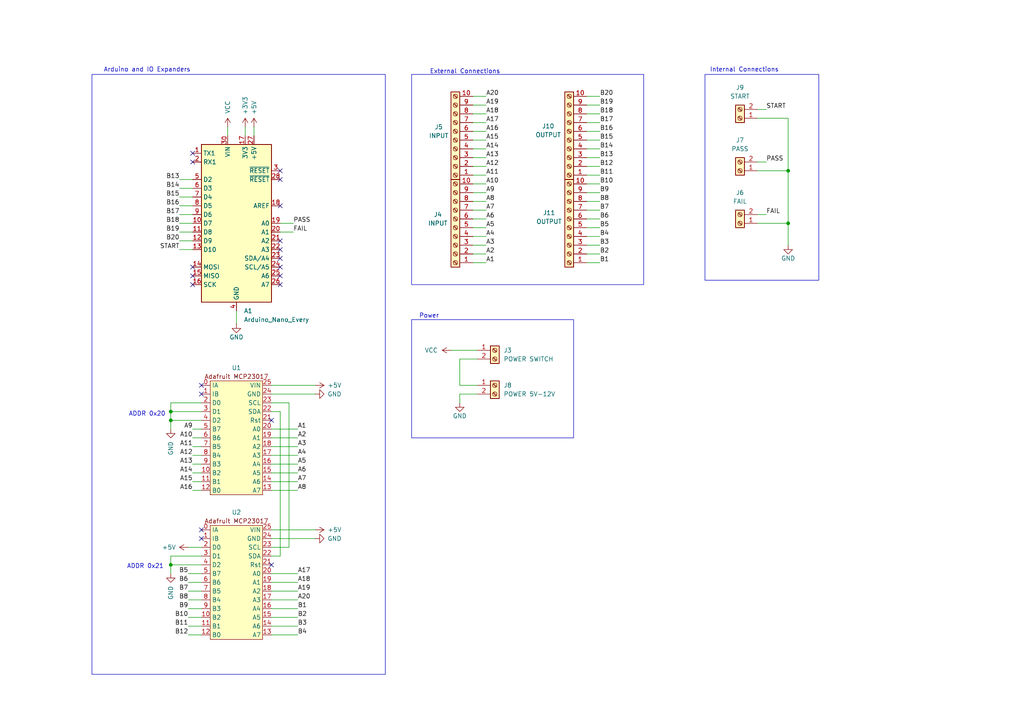
<source format=kicad_sch>
(kicad_sch (version 20250114) (generator "eeschema") (generator_version "9.0")
  (paper "A4")
  (title_block (date "sam. 04 avril 2015"))
  (lib_symbols
    (symbol "Connector:Screw_Terminal_01x02" (pin_names (offset 1.016) (hide yes))
      (property "Reference" "J" (at 0 2.54 0))
      (property "Value" "Screw_Terminal_01x02" (at 0 -5.08 0))
      (symbol "Screw_Terminal_01x02_1_1"
        (rectangle (start -1.27 1.27) (end 1.27 -3.81) (stroke (width 0.254)) (fill (type background)))
        (polyline (pts (xy -0.5334 0.3302) (xy 0.3302 -0.508)) (stroke (width 0.1524)))
        (polyline (pts (xy -0.5334 -2.2098) (xy 0.3302 -3.048)) (stroke (width 0.1524)))
        (polyline (pts (xy -0.3556 0.508) (xy 0.508 -0.3302)) (stroke (width 0.1524)))
        (polyline (pts (xy -0.3556 -2.032) (xy 0.508 -2.8702)) (stroke (width 0.1524)))
        (circle (center 0 0) (radius 0.635) (stroke (width 0.1524)))
        (circle (center 0 -2.54) (radius 0.635) (stroke (width 0.1524)))
        (pin passive line (at -5.08 0 0) (length 3.81) (name "Pin_1") (number "1"))
        (pin passive line (at -5.08 -2.54 0) (length 3.81) (name "Pin_2") (number "2"))
      )
    )
    (symbol "Connector:Screw_Terminal_01x10" (pin_names (offset 1.016) (hide yes))
      (property "Reference" "J" (at 0 12.7 0))
      (property "Value" "Screw_Terminal_01x10" (at 0 -15.24 0))
      (symbol "Screw_Terminal_01x10_1_1"
        (rectangle (start -1.27 11.43) (end 1.27 -13.97) (stroke (width 0.254)) (fill (type background)))
        (polyline (pts (xy -0.5334 10.4902) (xy 0.3302 9.652)) (stroke (width 0.1524)))
        (polyline (pts (xy -0.5334 7.9502) (xy 0.3302 7.112)) (stroke (width 0.1524)))
        (polyline (pts (xy -0.5334 5.4102) (xy 0.3302 4.572)) (stroke (width 0.1524)))
        (polyline (pts (xy -0.5334 2.8702) (xy 0.3302 2.032)) (stroke (width 0.1524)))
        (polyline (pts (xy -0.5334 0.3302) (xy 0.3302 -0.508)) (stroke (width 0.1524)))
        (polyline (pts (xy -0.5334 -2.2098) (xy 0.3302 -3.048)) (stroke (width 0.1524)))
        (polyline (pts (xy -0.5334 -4.7498) (xy 0.3302 -5.588)) (stroke (width 0.1524)))
        (polyline (pts (xy -0.5334 -7.2898) (xy 0.3302 -8.128)) (stroke (width 0.1524)))
        (polyline (pts (xy -0.5334 -9.8298) (xy 0.3302 -10.668)) (stroke (width 0.1524)))
        (polyline (pts (xy -0.5334 -12.3698) (xy 0.3302 -13.208)) (stroke (width 0.1524)))
        (polyline (pts (xy -0.3556 10.668) (xy 0.508 9.8298)) (stroke (width 0.1524)))
        (polyline (pts (xy -0.3556 8.128) (xy 0.508 7.2898)) (stroke (width 0.1524)))
        (polyline (pts (xy -0.3556 5.588) (xy 0.508 4.7498)) (stroke (width 0.1524)))
        (polyline (pts (xy -0.3556 3.048) (xy 0.508 2.2098)) (stroke (width 0.1524)))
        (polyline (pts (xy -0.3556 0.508) (xy 0.508 -0.3302)) (stroke (width 0.1524)))
        (polyline (pts (xy -0.3556 -2.032) (xy 0.508 -2.8702)) (stroke (width 0.1524)))
        (polyline (pts (xy -0.3556 -4.572) (xy 0.508 -5.4102)) (stroke (width 0.1524)))
        (polyline (pts (xy -0.3556 -7.112) (xy 0.508 -7.9502)) (stroke (width 0.1524)))
        (polyline (pts (xy -0.3556 -9.652) (xy 0.508 -10.4902)) (stroke (width 0.1524)))
        (polyline (pts (xy -0.3556 -12.192) (xy 0.508 -13.0302)) (stroke (width 0.1524)))
        (circle (center 0 10.16) (radius 0.635) (stroke (width 0.1524)))
        (circle (center 0 7.62) (radius 0.635) (stroke (width 0.1524)))
        (circle (center 0 5.08) (radius 0.635) (stroke (width 0.1524)))
        (circle (center 0 2.54) (radius 0.635) (stroke (width 0.1524)))
        (circle (center 0 0) (radius 0.635) (stroke (width 0.1524)))
        (circle (center 0 -2.54) (radius 0.635) (stroke (width 0.1524)))
        (circle (center 0 -5.08) (radius 0.635) (stroke (width 0.1524)))
        (circle (center 0 -7.62) (radius 0.635) (stroke (width 0.1524)))
        (circle (center 0 -10.16) (radius 0.635) (stroke (width 0.1524)))
        (circle (center 0 -12.7) (radius 0.635) (stroke (width 0.1524)))
        (pin passive line (at -5.08 10.16 0) (length 3.81) (name "Pin_1") (number "1"))
        (pin passive line (at -5.08 7.62 0) (length 3.81) (name "Pin_2") (number "2"))
        (pin passive line (at -5.08 5.08 0) (length 3.81) (name "Pin_3") (number "3"))
        (pin passive line (at -5.08 2.54 0) (length 3.81) (name "Pin_4") (number "4"))
        (pin passive line (at -5.08 0 0) (length 3.81) (name "Pin_5") (number "5"))
        (pin passive line (at -5.08 -2.54 0) (length 3.81) (name "Pin_6") (number "6"))
        (pin passive line (at -5.08 -5.08 0) (length 3.81) (name "Pin_7") (number "7"))
        (pin passive line (at -5.08 -7.62 0) (length 3.81) (name "Pin_8") (number "8"))
        (pin passive line (at -5.08 -10.16 0) (length 3.81) (name "Pin_9") (number "9"))
        (pin passive line (at -5.08 -12.7 0) (length 3.81) (name "Pin_10") (number "10"))
      )
    )
    (symbol "MCU_Module:Arduino_Nano_Every"
      (property "Reference" "A" (at -10.16 23.495 0))
      (property "Value" "Arduino_Nano_Every" (at 5.08 -24.13 0))
      (symbol "Arduino_Nano_Every_0_1"
        (rectangle (start -10.16 22.86) (end 10.16 -22.86) (stroke (width 0.254)) (fill (type background)))
      )
      (symbol "Arduino_Nano_Every_1_1"
        (pin bidirectional line (at -12.7 20.32 0) (length 2.54) (name "TX1") (number "1"))
        (pin bidirectional line (at -12.7 17.78 0) (length 2.54) (name "RX1") (number "2"))
        (pin bidirectional line (at -12.7 12.7 0) (length 2.54) (name "D2") (number "5"))
        (pin bidirectional line (at -12.7 10.16 0) (length 2.54) (name "D3") (number "6"))
        (pin bidirectional line (at -12.7 7.62 0) (length 2.54) (name "D4") (number "7"))
        (pin bidirectional line (at -12.7 5.08 0) (length 2.54) (name "D5") (number "8"))
        (pin bidirectional line (at -12.7 2.54 0) (length 2.54) (name "D6") (number "9"))
        (pin bidirectional line (at -12.7 0 0) (length 2.54) (name "D7") (number "10"))
        (pin bidirectional line (at -12.7 -2.54 0) (length 2.54) (name "D8") (number "11"))
        (pin bidirectional line (at -12.7 -5.08 0) (length 2.54) (name "D9") (number "12"))
        (pin bidirectional line (at -12.7 -7.62 0) (length 2.54) (name "D10") (number "13"))
        (pin bidirectional line (at -12.7 -12.7 0) (length 2.54) (name "MOSI") (number "14"))
        (pin bidirectional line (at -12.7 -15.24 0) (length 2.54) (name "MISO") (number "15"))
        (pin bidirectional line (at -12.7 -17.78 0) (length 2.54) (name "SCK") (number "16"))
        (pin power_in line (at -2.54 25.4 270) (length 2.54) (name "VIN") (number "30"))
        (pin passive line (at 0 -25.4 90) (length 2.54) (hide yes) (name "GND") (number "29"))
        (pin power_in line (at 0 -25.4 90) (length 2.54) (name "GND") (number "4"))
        (pin power_out line (at 2.54 25.4 270) (length 2.54) (name "3V3") (number "17"))
        (pin power_out line (at 5.08 25.4 270) (length 2.54) (name "+5V") (number "27"))
        (pin input line (at 12.7 15.24 180) (length 2.54) (name "~{RESET}") (number "3"))
        (pin input line (at 12.7 12.7 180) (length 2.54) (name "~{RESET}") (number "28"))
        (pin input line (at 12.7 5.08 180) (length 2.54) (name "AREF") (number "18"))
        (pin bidirectional line (at 12.7 0 180) (length 2.54) (name "A0") (number "19"))
        (pin bidirectional line (at 12.7 -2.54 180) (length 2.54) (name "A1") (number "20"))
        (pin bidirectional line (at 12.7 -5.08 180) (length 2.54) (name "A2") (number "21"))
        (pin bidirectional line (at 12.7 -7.62 180) (length 2.54) (name "A3") (number "22"))
        (pin bidirectional line (at 12.7 -10.16 180) (length 2.54) (name "SDA/A4") (number "23"))
        (pin bidirectional line (at 12.7 -12.7 180) (length 2.54) (name "SCL/A5") (number "24"))
        (pin bidirectional line (at 12.7 -15.24 180) (length 2.54) (name "A6") (number "25"))
        (pin bidirectional line (at 12.7 -17.78 180) (length 2.54) (name "A7") (number "26"))
      )
    )
    (symbol "addedItems:Adafruit_MCP23017"
      (property "Reference" "U" (at -0.762 1.016 0))
      (symbol "Adafruit_MCP23017_0_1"
        (rectangle (start 0 -2.54) (end 15.24 -35.56) (fill (type color) (color 255 255 194 1)))
      )
      (symbol "Adafruit_MCP23017_1_1"
        (text "Adafruit MCP23017" (at 7.62 -1.27 0) (effects (font (size 1.27 1.27))))
        (pin power_in line (at -2.54 -3.81 0) (length 2.54) (name "VIN") (number "25"))
        (pin power_in line (at -2.54 -6.35 0) (length 2.54) (name "GND") (number "24"))
        (pin input line (at -2.54 -8.89 0) (length 2.54) (name "SCL") (number "23"))
        (pin input line (at -2.54 -11.43 0) (length 2.54) (name "SDA") (number "22"))
        (pin input line (at -2.54 -13.97 0) (length 2.54) (name "Rst") (number "21"))
        (pin bidirectional line (at -2.54 -16.51 0) (length 2.54) (name "A0") (number "20"))
        (pin bidirectional line (at -2.54 -19.05 0) (length 2.54) (name "A1") (number "19"))
        (pin bidirectional line (at -2.54 -21.59 0) (length 2.54) (name "A2") (number "18"))
        (pin bidirectional line (at -2.54 -24.13 0) (length 2.54) (name "A3") (number "17"))
        (pin bidirectional line (at -2.54 -26.67 0) (length 2.54) (name "A4") (number "16"))
        (pin bidirectional line (at -2.54 -29.21 0) (length 2.54) (name "A5") (number "15"))
        (pin bidirectional line (at -2.54 -31.75 0) (length 2.54) (name "A6") (number "14"))
        (pin bidirectional line (at -2.54 -34.29 0) (length 2.54) (name "A7") (number "13"))
        (pin input line (at 17.78 -3.81 180) (length 2.54) (name "IA") (number "0"))
        (pin input line (at 17.78 -6.35 180) (length 2.54) (name "IB") (number "1"))
        (pin input line (at 17.78 -8.89 180) (length 2.54) (name "D0") (number "2"))
        (pin input line (at 17.78 -11.43 180) (length 2.54) (name "D1") (number "3"))
        (pin input line (at 17.78 -13.97 180) (length 2.54) (name "D2") (number "4"))
        (pin bidirectional line (at 17.78 -16.51 180) (length 2.54) (name "B7") (number "5"))
        (pin bidirectional line (at 17.78 -19.05 180) (length 2.54) (name "B6") (number "6"))
        (pin bidirectional line (at 17.78 -21.59 180) (length 2.54) (name "B5") (number "7"))
        (pin bidirectional line (at 17.78 -24.13 180) (length 2.54) (name "B4") (number "8"))
        (pin bidirectional line (at 17.78 -26.67 180) (length 2.54) (name "B3") (number "9"))
        (pin bidirectional line (at 17.78 -29.21 180) (length 2.54) (name "B2") (number "10"))
        (pin bidirectional line (at 17.78 -31.75 180) (length 2.54) (name "B1") (number "11"))
        (pin bidirectional line (at 17.78 -34.29 180) (length 2.54) (name "B0") (number "12"))
      )
    )
    (symbol "power:+3.3V" (power) (pin_numbers (hide yes)) (pin_names (offset 0) (hide yes))
      (property "Value" "+3.3V" (at 0 3.556 0))
      (symbol "+3.3V_0_1"
        (polyline (pts (xy -0.762 1.27) (xy 0 2.54)))
        (polyline (pts (xy 0 2.54) (xy 0.762 1.27)))
        (polyline (pts (xy 0 0) (xy 0 2.54)))
      )
      (symbol "+3.3V_1_1"
        (pin power_in line (at 0 0 90) (length 0) (name "~") (number "1"))
      )
    )
    (symbol "power:+5V" (power) (pin_numbers (hide yes)) (pin_names (offset 0) (hide yes))
      (property "Value" "+5V" (at 0 3.556 0))
      (symbol "+5V_0_1"
        (polyline (pts (xy -0.762 1.27) (xy 0 2.54)))
        (polyline (pts (xy 0 2.54) (xy 0.762 1.27)))
        (polyline (pts (xy 0 0) (xy 0 2.54)))
      )
      (symbol "+5V_1_1"
        (pin power_in line (at 0 0 90) (length 0) (name "~") (number "1"))
      )
    )
    (symbol "power:GND" (power) (pin_numbers (hide yes)) (pin_names (offset 0) (hide yes))
      (property "Value" "GND" (at 0 -3.81 0))
      (symbol "GND_0_1"
        (polyline (pts (xy 0 0) (xy 0 -1.27) (xy 1.27 -1.27) (xy 0 -2.54) (xy -1.27 -1.27) (xy 0 -1.27)))
      )
      (symbol "GND_1_1"
        (pin power_in line (at 0 0 270) (length 0) (name "~") (number "1"))
      )
    )
    (symbol "power:VCC" (power) (pin_numbers (hide yes)) (pin_names (offset 0) (hide yes))
      (property "Value" "VCC" (at 0 3.556 0))
      (symbol "VCC_0_1"
        (polyline (pts (xy -0.762 1.27) (xy 0 2.54)))
        (polyline (pts (xy 0 2.54) (xy 0.762 1.27)))
        (polyline (pts (xy 0 0) (xy 0 2.54)))
      )
      (symbol "VCC_1_1"
        (pin power_in line (at 0 0 90) (length 0) (name "~") (number "1"))
      )
    )
  )
  (rectangle (start 204.47 21.59) (end 237.49 81.28))
  (rectangle (start 119.38 21.59) (end 186.69 82.55))
  (rectangle (start 119.38 92.71) (end 166.37 127))
  (rectangle (start 26.67 21.59) (end 111.76 195.58))
  (text "ADDR 0x21" (at 42.164 164.338 0) (effects (font (size 1.27 1.27))))
  (text "Power" (at 124.46 91.694 0) (effects (font (size 1.27 1.27))))
  (text "ADDR 0x20" (at 42.672 120.142 0) (effects (font (size 1.27 1.27))))
  (text "External Connections" (at 134.874 20.828 0) (effects (font (size 1.27 1.27))))
  (text "Arduino and IO Expanders" (at 42.672 20.32 0) (effects (font (size 1.27 1.27))))
  (text "Internal Connections" (at 215.9 20.32 0) (effects (font (size 1.27 1.27))))
  (junction (at 49.53 121.92))
  (junction (at 49.53 119.38))
  (junction (at 49.53 163.83))
  (junction (at 228.6 49.53))
  (junction (at 228.6 64.77))
  (no_connect (at 81.28 49.53))
  (no_connect (at 55.88 46.99))
  (no_connect (at 81.28 82.55))
  (no_connect (at 55.88 44.45))
  (no_connect (at 55.88 77.47))
  (no_connect (at 78.74 163.83))
  (no_connect (at 58.42 153.67))
  (no_connect (at 81.28 59.69))
  (no_connect (at 81.28 69.85))
  (no_connect (at 58.42 156.21))
  (no_connect (at 81.28 72.39))
  (no_connect (at 55.88 82.55))
  (no_connect (at 58.42 111.76))
  (no_connect (at 81.28 80.01))
  (no_connect (at 81.28 77.47))
  (no_connect (at 58.42 114.3))
  (no_connect (at 81.28 52.07))
  (no_connect (at 78.74 121.92))
  (no_connect (at 81.28 74.93))
  (no_connect (at 55.88 80.01))
  (wire (pts (xy 49.53 116.84) (xy 49.53 119.38)))
  (wire (pts (xy 137.16 50.8) (xy 140.97 50.8)))
  (wire (pts (xy 170.18 63.5) (xy 173.99 63.5)))
  (wire (pts (xy 133.35 114.3) (xy 138.43 114.3)))
  (wire (pts (xy 78.74 114.3) (xy 91.44 114.3)))
  (wire (pts (xy 55.88 129.54) (xy 58.42 129.54)))
  (wire (pts (xy 170.18 48.26) (xy 173.99 48.26)))
  (wire (pts (xy 73.66 36.83) (xy 73.66 39.37)))
  (wire (pts (xy 219.71 62.23) (xy 222.25 62.23)))
  (wire (pts (xy 170.18 27.94) (xy 173.99 27.94)))
  (wire (pts (xy 55.88 127) (xy 58.42 127)))
  (wire (pts (xy 78.74 116.84) (xy 83.82 116.84)))
  (wire (pts (xy 78.74 156.21) (xy 91.44 156.21)))
  (wire (pts (xy 219.71 64.77) (xy 228.6 64.77)))
  (wire (pts (xy 49.53 163.83) (xy 49.53 166.37)))
  (wire (pts (xy 81.28 119.38) (xy 81.28 161.29)))
  (wire (pts (xy 137.16 35.56) (xy 140.97 35.56)))
  (wire (pts (xy 58.42 116.84) (xy 49.53 116.84)))
  (wire (pts (xy 170.18 71.12) (xy 173.99 71.12)))
  (wire (pts (xy 137.16 45.72) (xy 140.97 45.72)))
  (wire (pts (xy 54.61 168.91) (xy 58.42 168.91)))
  (wire (pts (xy 83.82 158.75) (xy 78.74 158.75)))
  (wire (pts (xy 52.07 54.61) (xy 55.88 54.61)))
  (wire (pts (xy 137.16 68.58) (xy 140.97 68.58)))
  (wire (pts (xy 78.74 137.16) (xy 86.36 137.16)))
  (wire (pts (xy 137.16 33.02) (xy 140.97 33.02)))
  (wire (pts (xy 52.07 62.23) (xy 55.88 62.23)))
  (wire (pts (xy 55.88 139.7) (xy 58.42 139.7)))
  (wire (pts (xy 228.6 64.77) (xy 228.6 71.12)))
  (wire (pts (xy 170.18 76.2) (xy 173.99 76.2)))
  (wire (pts (xy 170.18 66.04) (xy 173.99 66.04)))
  (wire (pts (xy 228.6 49.53) (xy 228.6 64.77)))
  (wire (pts (xy 133.35 116.84) (xy 133.35 114.3)))
  (wire (pts (xy 78.74 184.15) (xy 86.36 184.15)))
  (wire (pts (xy 54.61 184.15) (xy 58.42 184.15)))
  (wire (pts (xy 137.16 71.12) (xy 140.97 71.12)))
  (wire (pts (xy 55.88 137.16) (xy 58.42 137.16)))
  (wire (pts (xy 58.42 161.29) (xy 49.53 161.29)))
  (wire (pts (xy 170.18 50.8) (xy 173.99 50.8)))
  (wire (pts (xy 137.16 38.1) (xy 140.97 38.1)))
  (wire (pts (xy 170.18 35.56) (xy 173.99 35.56)))
  (wire (pts (xy 55.88 132.08) (xy 58.42 132.08)))
  (wire (pts (xy 137.16 40.64) (xy 140.97 40.64)))
  (wire (pts (xy 137.16 43.18) (xy 140.97 43.18)))
  (wire (pts (xy 81.28 64.77) (xy 85.09 64.77)))
  (wire (pts (xy 170.18 40.64) (xy 173.99 40.64)))
  (wire (pts (xy 55.88 142.24) (xy 58.42 142.24)))
  (wire (pts (xy 130.81 101.6) (xy 138.43 101.6)))
  (wire (pts (xy 54.61 176.53) (xy 58.42 176.53)))
  (wire (pts (xy 81.28 161.29) (xy 78.74 161.29)))
  (wire (pts (xy 54.61 181.61) (xy 58.42 181.61)))
  (wire (pts (xy 78.74 139.7) (xy 86.36 139.7)))
  (wire (pts (xy 219.71 31.75) (xy 222.25 31.75)))
  (wire (pts (xy 49.53 119.38) (xy 49.53 121.92)))
  (wire (pts (xy 228.6 34.29) (xy 228.6 49.53)))
  (wire (pts (xy 137.16 76.2) (xy 140.97 76.2)))
  (wire (pts (xy 137.16 27.94) (xy 140.97 27.94)))
  (wire (pts (xy 54.61 158.75) (xy 58.42 158.75)))
  (wire (pts (xy 78.74 176.53) (xy 86.36 176.53)))
  (wire (pts (xy 58.42 121.92) (xy 49.53 121.92)))
  (wire (pts (xy 133.35 111.76) (xy 138.43 111.76)))
  (wire (pts (xy 78.74 181.61) (xy 86.36 181.61)))
  (wire (pts (xy 52.07 72.39) (xy 55.88 72.39)))
  (wire (pts (xy 52.07 52.07) (xy 55.88 52.07)))
  (wire (pts (xy 54.61 166.37) (xy 58.42 166.37)))
  (wire (pts (xy 68.58 90.17) (xy 68.58 93.98)))
  (wire (pts (xy 66.04 36.83) (xy 66.04 39.37)))
  (wire (pts (xy 219.71 46.99) (xy 222.25 46.99)))
  (wire (pts (xy 137.16 73.66) (xy 140.97 73.66)))
  (wire (pts (xy 78.74 119.38) (xy 81.28 119.38)))
  (wire (pts (xy 55.88 134.62) (xy 58.42 134.62)))
  (wire (pts (xy 49.53 161.29) (xy 49.53 163.83)))
  (wire (pts (xy 170.18 33.02) (xy 173.99 33.02)))
  (wire (pts (xy 170.18 58.42) (xy 173.99 58.42)))
  (wire (pts (xy 78.74 166.37) (xy 86.36 166.37)))
  (wire (pts (xy 219.71 49.53) (xy 228.6 49.53)))
  (wire (pts (xy 78.74 153.67) (xy 91.44 153.67)))
  (wire (pts (xy 170.18 68.58) (xy 173.99 68.58)))
  (wire (pts (xy 54.61 171.45) (xy 58.42 171.45)))
  (wire (pts (xy 58.42 163.83) (xy 49.53 163.83)))
  (wire (pts (xy 137.16 53.34) (xy 140.97 53.34)))
  (wire (pts (xy 78.74 171.45) (xy 86.36 171.45)))
  (wire (pts (xy 78.74 111.76) (xy 91.44 111.76)))
  (wire (pts (xy 137.16 66.04) (xy 140.97 66.04)))
  (wire (pts (xy 170.18 55.88) (xy 173.99 55.88)))
  (wire (pts (xy 137.16 60.96) (xy 140.97 60.96)))
  (wire (pts (xy 133.35 104.14) (xy 138.43 104.14)))
  (wire (pts (xy 170.18 60.96) (xy 173.99 60.96)))
  (wire (pts (xy 54.61 179.07) (xy 58.42 179.07)))
  (wire (pts (xy 137.16 58.42) (xy 140.97 58.42)))
  (wire (pts (xy 78.74 142.24) (xy 86.36 142.24)))
  (wire (pts (xy 78.74 134.62) (xy 86.36 134.62)))
  (wire (pts (xy 78.74 132.08) (xy 86.36 132.08)))
  (wire (pts (xy 170.18 38.1) (xy 173.99 38.1)))
  (wire (pts (xy 71.12 36.83) (xy 71.12 39.37)))
  (wire (pts (xy 170.18 43.18) (xy 173.99 43.18)))
  (wire (pts (xy 78.74 127) (xy 86.36 127)))
  (wire (pts (xy 219.71 34.29) (xy 228.6 34.29)))
  (wire (pts (xy 137.16 48.26) (xy 140.97 48.26)))
  (wire (pts (xy 54.61 173.99) (xy 58.42 173.99)))
  (wire (pts (xy 52.07 67.31) (xy 55.88 67.31)))
  (wire (pts (xy 133.35 111.76) (xy 133.35 104.14)))
  (wire (pts (xy 49.53 121.92) (xy 49.53 124.46)))
  (wire (pts (xy 52.07 64.77) (xy 55.88 64.77)))
  (wire (pts (xy 78.74 173.99) (xy 86.36 173.99)))
  (wire (pts (xy 137.16 63.5) (xy 140.97 63.5)))
  (wire (pts (xy 78.74 179.07) (xy 86.36 179.07)))
  (wire (pts (xy 170.18 45.72) (xy 173.99 45.72)))
  (wire (pts (xy 78.74 124.46) (xy 86.36 124.46)))
  (wire (pts (xy 170.18 30.48) (xy 173.99 30.48)))
  (wire (pts (xy 170.18 73.66) (xy 173.99 73.66)))
  (wire (pts (xy 137.16 55.88) (xy 140.97 55.88)))
  (wire (pts (xy 52.07 57.15) (xy 55.88 57.15)))
  (wire (pts (xy 78.74 129.54) (xy 86.36 129.54)))
  (wire (pts (xy 52.07 69.85) (xy 55.88 69.85)))
  (wire (pts (xy 52.07 59.69) (xy 55.88 59.69)))
  (wire (pts (xy 78.74 168.91) (xy 86.36 168.91)))
  (wire (pts (xy 170.18 53.34) (xy 173.99 53.34)))
  (wire (pts (xy 81.28 67.31) (xy 85.09 67.31)))
  (wire (pts (xy 83.82 116.84) (xy 83.82 158.75)))
  (wire (pts (xy 55.88 124.46) (xy 58.42 124.46)))
  (wire (pts (xy 137.16 30.48) (xy 140.97 30.48)))
  (wire (pts (xy 58.42 119.38) (xy 49.53 119.38)))
  (label "B16" (at 52.07 59.69 180))
  (label "B15" (at 173.99 40.64 0))
  (label "A10" (at 140.97 53.34 0))
  (label "B2" (at 173.99 73.66 0))
  (label "B1" (at 173.99 76.2 0))
  (label "A8" (at 140.97 58.42 0))
  (label "A9" (at 140.97 55.88 0))
  (label "FAIL" (at 85.09 67.31 0))
  (label "B20" (at 173.99 27.94 0))
  (label "A6" (at 86.36 137.16 0))
  (label "A1" (at 140.97 76.2 0))
  (label "FAIL" (at 222.25 62.23 0))
  (label "B1" (at 86.36 176.53 0))
  (label "B7" (at 173.99 60.96 0))
  (label "A11" (at 140.97 50.8 0))
  (label "A12" (at 55.88 132.08 180))
  (label "B9" (at 173.99 55.88 0))
  (label "A18" (at 140.97 33.02 0))
  (label "B18" (at 52.07 64.77 180))
  (label "B19" (at 52.07 67.31 180))
  (label "A18" (at 86.36 168.91 0))
  (label "B12" (at 173.99 48.26 0))
  (label "A4" (at 140.97 68.58 0))
  (label "A15" (at 55.88 139.7 180))
  (label "A17" (at 86.36 166.37 0))
  (label "B2" (at 86.36 179.07 0))
  (label "A2" (at 86.36 127 0))
  (label "A7" (at 140.97 60.96 0))
  (label "B10" (at 173.99 53.34 0))
  (label "B11" (at 54.61 181.61 180))
  (label "B20" (at 52.07 69.85 180))
  (label "A19" (at 140.97 30.48 0))
  (label "A11" (at 55.88 129.54 180))
  (label "A4" (at 86.36 132.08 0))
  (label "B4" (at 86.36 184.15 0))
  (label "B13" (at 52.07 52.07 180))
  (label "A5" (at 86.36 134.62 0))
  (label "B8" (at 173.99 58.42 0))
  (label "START" (at 222.25 31.75 0))
  (label "B6" (at 54.61 168.91 180))
  (label "A9" (at 55.88 124.46 180))
  (label "A5" (at 140.97 66.04 0))
  (label "B9" (at 54.61 176.53 180))
  (label "B17" (at 173.99 35.56 0))
  (label "B10" (at 54.61 179.07 180))
  (label "B5" (at 173.99 66.04 0))
  (label "A15" (at 140.97 40.64 0))
  (label "B15" (at 52.07 57.15 180))
  (label "A3" (at 140.97 71.12 0))
  (label "A14" (at 140.97 43.18 0))
  (label "A3" (at 86.36 129.54 0))
  (label "B14" (at 52.07 54.61 180))
  (label "B11" (at 173.99 50.8 0))
  (label "B4" (at 173.99 68.58 0))
  (label "A14" (at 55.88 137.16 180))
  (label "B5" (at 54.61 166.37 180))
  (label "B3" (at 173.99 71.12 0))
  (label "PASS" (at 222.25 46.99 0))
  (label "A7" (at 86.36 139.7 0))
  (label "A20" (at 140.97 27.94 0))
  (label "A20" (at 86.36 173.99 0))
  (label "A2" (at 140.97 73.66 0))
  (label "A16" (at 140.97 38.1 0))
  (label "B17" (at 52.07 62.23 180))
  (label "START" (at 52.07 72.39 180))
  (label "A10" (at 55.88 127 180))
  (label "B13" (at 173.99 45.72 0))
  (label "A19" (at 86.36 171.45 0))
  (label "B7" (at 54.61 171.45 180))
  (label "A1" (at 86.36 124.46 0))
  (label "A12" (at 140.97 48.26 0))
  (label "B6" (at 173.99 63.5 0))
  (label "B19" (at 173.99 30.48 0))
  (label "A17" (at 140.97 35.56 0))
  (label "B16" (at 173.99 38.1 0))
  (label "B18" (at 173.99 33.02 0))
  (label "B14" (at 173.99 43.18 0))
  (label "PASS" (at 85.09 64.77 0))
  (label "B3" (at 86.36 181.61 0))
  (label "A13" (at 55.88 134.62 180))
  (label "A8" (at 86.36 142.24 0))
  (label "A16" (at 55.88 142.24 180))
  (label "B8" (at 54.61 173.99 180))
  (label "B12" (at 54.61 184.15 180))
  (label "A6" (at 140.97 63.5 0))
  (label "A13" (at 140.97 45.72 0))
  (symbol (lib_id "Connector:Screw_Terminal_01x10") (at 165.1 66.04 180) (unit 1)
    (property "Reference" "J11" (at 159.258 61.722 0))
    (property "Value" "OUTPUT" (at 159.258 64.262 0))
    (property "Description" "Generic screw terminal, single row, 01x10, script generated (kicad-library-utils/schlib/autogen/connector/)" (effects (hide yes)))
  )
  (symbol (lib_id "Connector:Screw_Terminal_01x02") (at 214.63 64.77 180) (unit 1)
    (property "Reference" "J6" (at 214.63 55.88 0))
    (property "Value" "FAIL" (at 214.63 58.42 0))
    (property "Description" "Generic screw terminal, single row, 01x02, script generated (kicad-library-utils/schlib/autogen/connector/)" (effects (hide yes)))
  )
  (symbol (lib_id "Connector:Screw_Terminal_01x10") (at 132.08 40.64 180) (unit 1)
    (property "Reference" "J5" (at 127.254 36.83 0))
    (property "Value" "INPUT" (at 127.254 39.37 0))
    (property "Description" "Generic screw terminal, single row, 01x10, script generated (kicad-library-utils/schlib/autogen/connector/)" (effects (hide yes)))
  )
  (symbol (lib_id "power:+5V") (at 54.61 158.75 90) (unit 1)
    (property "Reference" "#PWR0118" (effects (hide yes)))
    (property "Value" "+5V" (at 51.054 158.75 90) (effects (justify left)))
    (property "Description" "Power symbol creates a global label with name \"+5V\"" (effects (hide yes)))
  )
  (symbol (lib_id "power:+5V") (at 91.44 111.76 270) (unit 1)
    (property "Reference" "#PWR0112" (effects (hide yes)))
    (property "Value" "+5V" (at 94.996 111.76 90) (effects (justify left)))
    (property "Description" "Power symbol creates a global label with name \"+5V\"" (effects (hide yes)))
  )
  (symbol (lib_id "Connector:Screw_Terminal_01x10") (at 132.08 66.04 180) (unit 1)
    (property "Reference" "J4" (at 127 62.23 0))
    (property "Value" "INPUT" (at 127 64.77 0))
    (property "Description" "Generic screw terminal, single row, 01x10, script generated (kicad-library-utils/schlib/autogen/connector/)" (effects (hide yes)))
  )
  (symbol (lib_id "power:GND") (at 49.53 124.46 0) (unit 1)
    (property "Reference" "#PWR0116" (effects (hide yes)))
    (property "Value" "GND" (at 49.53 130.048 90))
    (property "Description" "Power symbol creates a global label with name \"GND\" , ground" (effects (hide yes)))
  )
  (symbol (lib_id "power:GND") (at 133.35 116.84 0) (unit 1)
    (property "Reference" "#PWR0106" (effects (hide yes)))
    (property "Value" "GND" (at 133.35 120.65 0))
    (property "Description" "Power symbol creates a global label with name \"GND\" , ground" (effects (hide yes)))
  )
  (symbol (lib_id "power:+3.3V") (at 71.12 36.83 0) (unit 1)
    (property "Reference" "#PWR0110" (effects (hide yes)))
    (property "Value" "+3V3" (at 71.12 33.274 90) (effects (justify left)))
    (property "Description" "Power symbol creates a global label with name \"+3.3V\"" (effects (hide yes)))
  )
  (symbol (lib_id "power:+5V") (at 73.66 36.83 0) (unit 1)
    (property "Reference" "#PWR0109" (effects (hide yes)))
    (property "Value" "+5V" (at 73.66 33.274 90) (effects (justify left)))
    (property "Description" "Power symbol creates a global label with name \"+5V\"" (effects (hide yes)))
  )
  (symbol (lib_id "Connector:Screw_Terminal_01x02") (at 143.51 111.76 0) (unit 1)
    (property "Reference" "J8" (at 146.05 111.7599 0) (effects (justify left)))
    (property "Value" "POWER 5V-12V" (at 146.05 114.2999 0) (effects (justify left)))
    (property "Description" "Generic screw terminal, single row, 01x02, script generated (kicad-library-utils/schlib/autogen/connector/)" (effects (hide yes)))
  )
  (symbol (lib_id "addedItems:Adafruit_MCP23017") (at 76.2 149.86 0) (mirror y) (unit 1)
    (property "Reference" "U2" (at 68.58 148.59 0))
    (property "Value" "~" (at 68.58 151.13 0))
    (property "Footprint" "addedItems:Adafruit MCP23017" (effects (hide yes)))
    (property "Description" "https://learn.adafruit.com/adafruit-mcp23017-i2c-gpio-expander" (effects (hide yes)))
  )
  (symbol (lib_id "power:GND") (at 91.44 156.21 90) (unit 1)
    (property "Reference" "#PWR0115" (effects (hide yes)))
    (property "Value" "GND" (at 97.028 156.21 90))
    (property "Description" "Power symbol creates a global label with name \"GND\" , ground" (effects (hide yes)))
  )
  (symbol (lib_id "power:GND") (at 68.58 93.98 0) (unit 1)
    (property "Reference" "#PWR0111" (effects (hide yes)))
    (property "Value" "GND" (at 68.58 97.79 0))
    (property "Description" "Power symbol creates a global label with name \"GND\" , ground" (effects (hide yes)))
  )
  (symbol (lib_id "power:GND") (at 49.53 166.37 0) (unit 1)
    (property "Reference" "#PWR0117" (effects (hide yes)))
    (property "Value" "GND" (at 49.53 171.958 90))
    (property "Description" "Power symbol creates a global label with name \"GND\" , ground" (effects (hide yes)))
  )
  (symbol (lib_id "Connector:Screw_Terminal_01x02") (at 214.63 34.29 180) (unit 1)
    (property "Reference" "J9" (at 214.63 25.4 0))
    (property "Value" "START" (at 214.63 27.94 0))
    (property "Description" "Generic screw terminal, single row, 01x02, script generated (kicad-library-utils/schlib/autogen/connector/)" (effects (hide yes)))
  )
  (symbol (lib_id "MCU_Module:Arduino_Nano_Every") (at 68.58 64.77 0) (unit 1)
    (property "Reference" "A1" (at 70.7233 90.17 0) (effects (justify left)))
    (property "Value" "Arduino_Nano_Every" (at 70.7233 92.71 0) (effects (justify left)))
    (property "Footprint" "Module:Arduino_Nano" (effects (hide yes)))
    (property "Datasheet" "https://content.arduino.cc/assets/NANOEveryV3.0_sch.pdf" (effects (hide yes)))
    (property "Description" "Arduino Nano Every" (effects (hide yes)))
  )
  (symbol (lib_id "power:GND") (at 91.44 114.3 90) (unit 1)
    (property "Reference" "#PWR0114" (effects (hide yes)))
    (property "Value" "GND" (at 97.028 114.3 90))
    (property "Description" "Power symbol creates a global label with name \"GND\" , ground" (effects (hide yes)))
  )
  (symbol (lib_id "Connector:Screw_Terminal_01x02") (at 214.63 49.53 180) (unit 1)
    (property "Reference" "J7" (at 214.63 40.64 0))
    (property "Value" "PASS" (at 214.63 43.18 0))
    (property "Description" "Generic screw terminal, single row, 01x02, script generated (kicad-library-utils/schlib/autogen/connector/)" (effects (hide yes)))
  )
  (symbol (lib_id "power:VCC") (at 66.04 36.83 0) (unit 1)
    (property "Reference" "#PWR0108" (effects (hide yes)))
    (property "Value" "VCC" (at 66.04 33.02 90) (effects (justify left)))
    (property "Description" "Power symbol creates a global label with name \"VCC\"" (effects (hide yes)))
  )
  (symbol (lib_id "power:VCC") (at 130.81 101.6 90) (unit 1)
    (property "Reference" "#PWR0107" (effects (hide yes)))
    (property "Value" "VCC" (at 127 101.6 90) (effects (justify left)))
    (property "Description" "Power symbol creates a global label with name \"VCC\"" (effects (hide yes)))
  )
  (symbol (lib_id "power:+5V") (at 91.44 153.67 270) (unit 1)
    (property "Reference" "#PWR0113" (effects (hide yes)))
    (property "Value" "+5V" (at 94.996 153.67 90) (effects (justify left)))
    (property "Description" "Power symbol creates a global label with name \"+5V\"" (effects (hide yes)))
  )
  (symbol (lib_id "addedItems:Adafruit_MCP23017") (at 76.2 107.95 0) (mirror y) (unit 1)
    (property "Reference" "U1" (at 68.58 106.68 0))
    (property "Value" "~" (at 68.58 109.22 0))
    (property "Footprint" "addedItems:Adafruit MCP23017" (effects (hide yes)))
    (property "Description" "https://learn.adafruit.com/adafruit-mcp23017-i2c-gpio-expander" (effects (hide yes)))
  )
  (symbol (lib_id "power:GND") (at 228.6 71.12 0) (unit 1)
    (property "Reference" "#PWR0119" (effects (hide yes)))
    (property "Value" "GND" (at 228.6 74.93 0))
    (property "Description" "Power symbol creates a global label with name \"GND\" , ground" (effects (hide yes)))
  )
  (symbol (lib_id "Connector:Screw_Terminal_01x10") (at 165.1 40.64 180) (unit 1)
    (property "Reference" "J10" (at 159.004 36.576 0))
    (property "Value" "OUTPUT" (at 159.004 39.116 0))
    (property "Description" "Generic screw terminal, single row, 01x10, script generated (kicad-library-utils/schlib/autogen/connector/)" (effects (hide yes)))
  )
  (symbol (lib_id "Connector:Screw_Terminal_01x02") (at 143.51 101.6 0) (unit 1)
    (property "Reference" "J3" (at 146.05 101.5999 0) (effects (justify left)))
    (property "Value" "POWER SWITCH" (at 146.05 104.1399 0) (effects (justify left)))
    (property "Description" "Generic screw terminal, single row, 01x02, script generated (kicad-library-utils/schlib/autogen/connector/)" (effects (hide yes)))
  )
)
</source>
